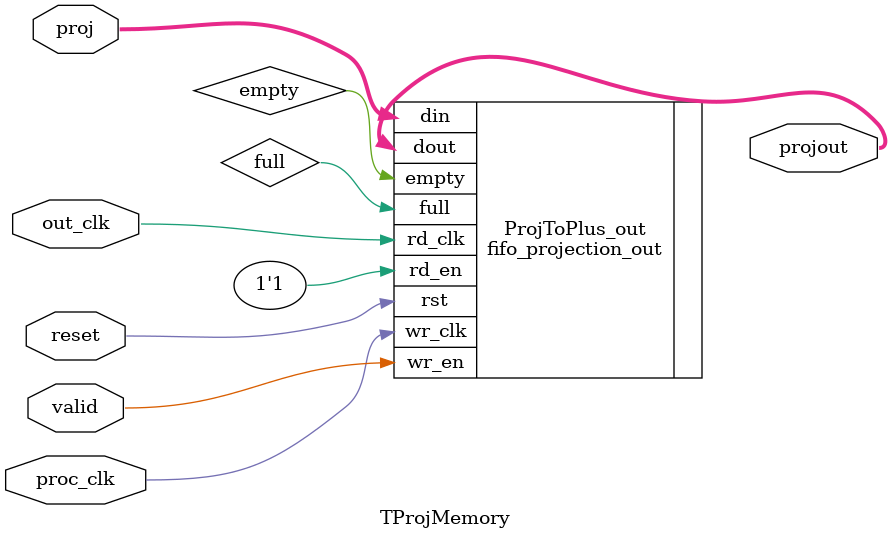
<source format=v>
`timescale 1ns / 1ps


module TProjMemory(
    input wire proc_clk,
    input wire out_clk,
    input reset,
    input [54:0] proj,
    input valid,
    output [54:0] projout
    );
    
    reg [5:0] wr_add;
    reg [8:0] read_add;
    reg [2:0] BX;
    
    reg [54:0] proj_dly;
    reg valid_dly;
    
    reg count;
    initial
      read_add = 0;
    
    always @ (posedge proc_clk) begin
        proj_dly <= proj;
        //if (proj_dly[47:0] != proj[47:0]) begin
            if (proj[54:51] == 4'hF) begin
                BX <= proj[50:48];
                wr_add <= 6'h00;
            end
            else begin
                valid_dly <= valid;
                if (count) begin
                    wr_add <= wr_add + 1'b1;
                end
            end
        //end
        
    end
    always @ (posedge proc_clk) begin // Use this to write data every 2 clk cycles
        if (BX[2:0]==3'h0) count <= 1'b0;
        else count <= ~count;
    end
    
    always @ (posedge out_clk) begin
           read_add <= read_add + 1'b1;
     end
    
    fifo_projection_out ProjToPlus_out(.wr_clk(proc_clk), .rst(reset), .din(proj[54:0]), .wr_en(valid), 
                                     .rd_clk(out_clk), .rd_en(1'b1), .dout(projout),
                                     .empty(empty), .full(full));
    
    /*
     Memory #(
        .RAM_WIDTH(48),                       // Specify RAM data width
        .RAM_DEPTH(512),                     // Specify RAM depth (number of entries)
        .RAM_PERFORMANCE("HIGH_PERFORMANCE"), // Select "HIGH_PERFORMANCE" or "LOW_LATENCY" 
        .INIT_FILE("")                        // Specify name/location of RAM initialization file if using one (leave blank if not)
      ) ProjToPlus (
        .addra({BX,wr_add}),    // Write address bus, width determined from RAM_DEPTH
        .addrb(read_add),    // Read address bus, width determined from RAM_DEPTH
        .dina(proj[47:0]),      // RAM input data, width determined from RAM_WIDTH
        .clka(proc_clk),         // Write clock
        .clkb(out_clk),      // Read clock
        .wea(valid),        // Write enable
        .enb(1'b1),        // Read Enable, for additional power savings, disable when not in use
        .rstb(1'b0),      // Output reset (does not affect memory contents)
        .regceb(1'b1),      // Output register enable
        .doutb(projout)     // RAM output data, width determined from RAM_WIDTH
        );
    
    */
endmodule

</source>
